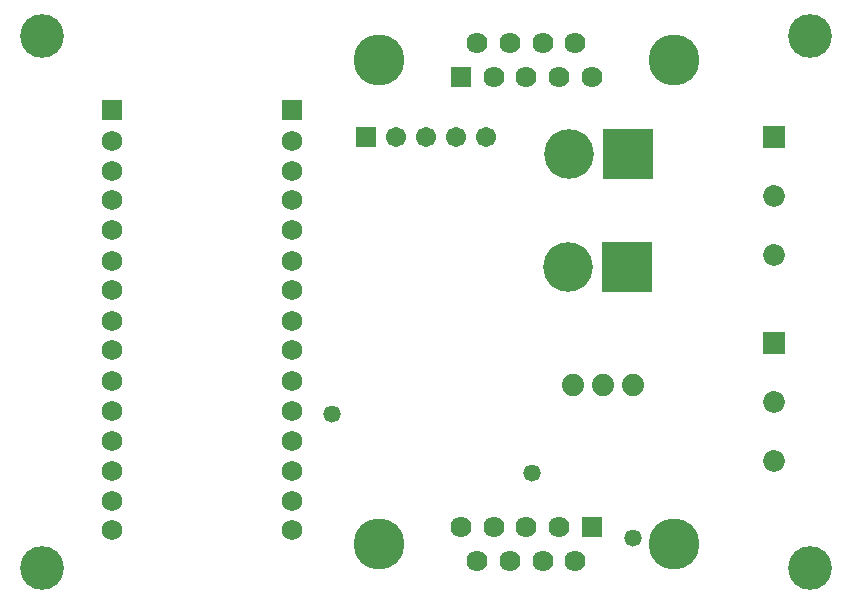
<source format=gbs>
G04*
G04 #@! TF.GenerationSoftware,Altium Limited,Altium Designer,22.8.2 (66)*
G04*
G04 Layer_Color=16711935*
%FSLAX42Y42*%
%MOMM*%
G71*
G04*
G04 #@! TF.SameCoordinates,DC65C484-324B-465E-8F3B-FD5F0C8E9CB4*
G04*
G04*
G04 #@! TF.FilePolarity,Negative*
G04*
G01*
G75*
%ADD21C,3.70*%
%ADD22R,1.85X1.85*%
%ADD23C,1.85*%
%ADD24C,1.78*%
%ADD25R,1.78X1.78*%
%ADD26C,4.32*%
%ADD27C,4.20*%
%ADD28R,4.20X4.20*%
%ADD29C,1.73*%
%ADD30R,1.73X1.73*%
%ADD31R,1.71X1.71*%
%ADD32C,1.71*%
%ADD33C,1.88*%
%ADD34C,1.47*%
D21*
X250Y4750D02*
D03*
X6750Y250D02*
D03*
Y4750D02*
D03*
X250Y250D02*
D03*
D22*
X6450Y2150D02*
D03*
Y3900D02*
D03*
D23*
Y1650D02*
D03*
Y1150D02*
D03*
Y3400D02*
D03*
Y2900D02*
D03*
D24*
X3796Y592D02*
D03*
X3935Y308D02*
D03*
X4073Y592D02*
D03*
X4212Y308D02*
D03*
X4350Y592D02*
D03*
X4488Y308D02*
D03*
X4627Y592D02*
D03*
X4765Y308D02*
D03*
X4904Y4408D02*
D03*
X4765Y4692D02*
D03*
X4627Y4408D02*
D03*
X4488Y4692D02*
D03*
X4350Y4408D02*
D03*
X4212Y4692D02*
D03*
X4073Y4408D02*
D03*
X3935Y4692D02*
D03*
D25*
X4904Y592D02*
D03*
X3796Y4408D02*
D03*
D26*
X3100Y450D02*
D03*
X5599D02*
D03*
Y4550D02*
D03*
X3100D02*
D03*
D27*
X4700Y2800D02*
D03*
X4710Y3750D02*
D03*
D28*
X5200Y2800D02*
D03*
X5210Y3750D02*
D03*
D29*
X838Y566D02*
D03*
Y819D02*
D03*
Y1073D02*
D03*
Y1327D02*
D03*
Y1581D02*
D03*
Y1835D02*
D03*
Y2090D02*
D03*
Y2343D02*
D03*
Y2598D02*
D03*
Y2851D02*
D03*
Y3106D02*
D03*
Y3360D02*
D03*
Y3613D02*
D03*
Y3867D02*
D03*
X2362Y566D02*
D03*
Y819D02*
D03*
Y1073D02*
D03*
Y1327D02*
D03*
Y1581D02*
D03*
Y1835D02*
D03*
Y2090D02*
D03*
Y2343D02*
D03*
Y2598D02*
D03*
Y2851D02*
D03*
Y3106D02*
D03*
Y3360D02*
D03*
Y3613D02*
D03*
Y3867D02*
D03*
D30*
X838Y4122D02*
D03*
X2362D02*
D03*
D31*
X2992Y3900D02*
D03*
D32*
X3246D02*
D03*
X3500D02*
D03*
X3754D02*
D03*
X4008D02*
D03*
D33*
X5000Y1800D02*
D03*
X5254D02*
D03*
X4746D02*
D03*
D34*
X4397Y1053D02*
D03*
X5250Y500D02*
D03*
X2700Y1550D02*
D03*
M02*

</source>
